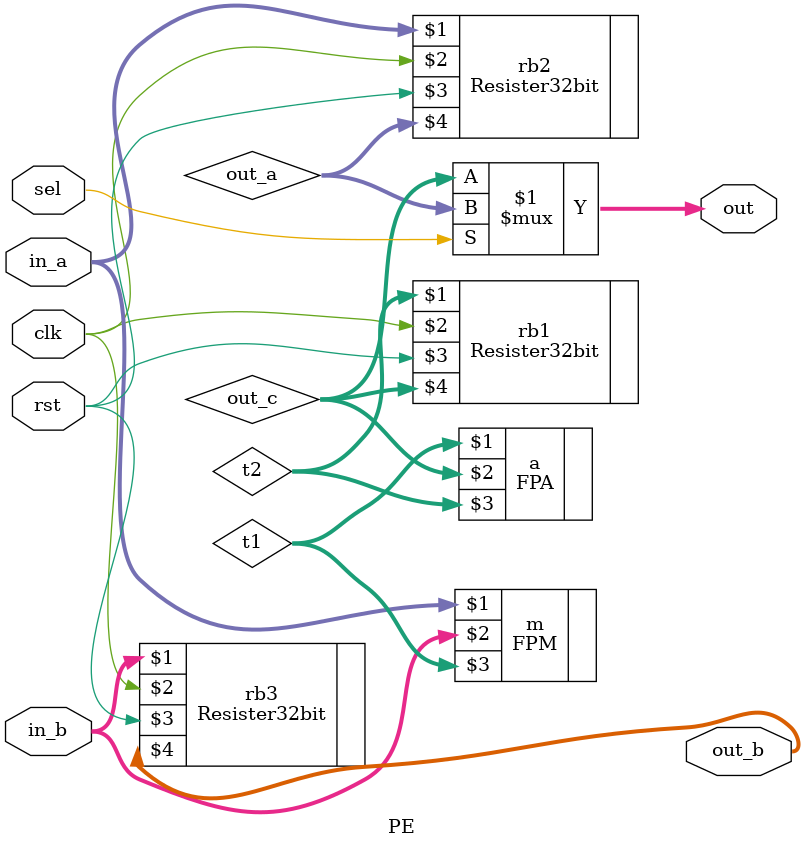
<source format=v>
`timescale 1ns / 1ps


module PE(in_a,in_b,clk,rst,sel,out_b,out);

input [31:0] in_a, in_b;
input clk,rst,sel;
output [31:0] out_b ;
output [31:0] out;

wire [31:0] out_c;
wire [31:0] out_a;
wire  [31:0] t1,t2;

FPM m(in_a,in_b,t1);

FPA a(t1,out_c,t2);


Resister32bit rb1(t2,clk,rst,out_c);

Resister32bit rb2(in_a,clk,rst,out_a);

Resister32bit rb3(in_b,clk,rst,out_b);

assign out=sel ? out_a : out_c;

endmodule

</source>
